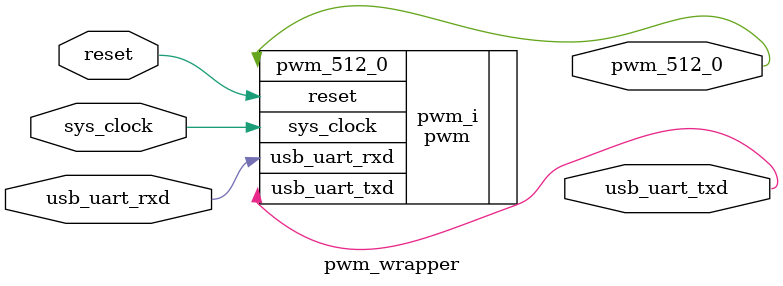
<source format=v>
`timescale 1 ps / 1 ps

module pwm_wrapper
   (pwm_512_0,
    reset,
    sys_clock,
    usb_uart_rxd,
    usb_uart_txd);
  output pwm_512_0;
  input reset;
  input sys_clock;
  input usb_uart_rxd;
  output usb_uart_txd;

  wire pwm_512_0;
  wire reset;
  wire sys_clock;
  wire usb_uart_rxd;
  wire usb_uart_txd;

  pwm pwm_i
       (.pwm_512_0(pwm_512_0),
        .reset(reset),
        .sys_clock(sys_clock),
        .usb_uart_rxd(usb_uart_rxd),
        .usb_uart_txd(usb_uart_txd));
endmodule

</source>
